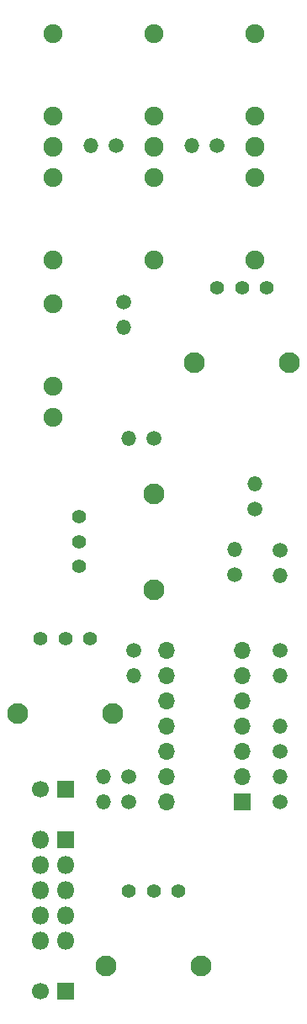
<source format=gbr>
%TF.GenerationSoftware,KiCad,Pcbnew,(5.1.6-0)*%
%TF.CreationDate,2022-12-01T22:05:58-05:00*%
%TF.ProjectId,MACRO,4d414352-4f2e-46b6-9963-61645f706362,rev?*%
%TF.SameCoordinates,Original*%
%TF.FileFunction,Soldermask,Top*%
%TF.FilePolarity,Negative*%
%FSLAX46Y46*%
G04 Gerber Fmt 4.6, Leading zero omitted, Abs format (unit mm)*
G04 Created by KiCad (PCBNEW (5.1.6-0)) date 2022-12-01 22:05:58*
%MOMM*%
%LPD*%
G01*
G04 APERTURE LIST*
%ADD10C,2.100000*%
%ADD11C,1.400000*%
%ADD12C,1.500000*%
%ADD13O,1.500000X1.500000*%
%ADD14C,1.900000*%
%ADD15R,1.800000X1.800000*%
%ADD16O,1.800000X1.800000*%
%ADD17R,1.700000X1.700000*%
%ADD18C,1.700000*%
%ADD19O,1.700000X1.700000*%
G04 APERTURE END LIST*
D10*
%TO.C,RV3*%
X73660000Y-103606000D03*
X73660000Y-94006000D03*
D11*
X66160000Y-101306000D03*
X66160000Y-98806000D03*
X66160000Y-96306000D03*
%TD*%
D10*
%TO.C,RV4*%
X77750000Y-80772000D03*
X87350000Y-80772000D03*
D11*
X80050000Y-73272000D03*
X82550000Y-73272000D03*
X85050000Y-73272000D03*
%TD*%
D12*
%TO.C,R4*%
X86360000Y-99695000D03*
D13*
X86360000Y-102235000D03*
%TD*%
D12*
%TO.C,R6*%
X83820000Y-95504000D03*
D13*
X83820000Y-92964000D03*
%TD*%
D12*
%TO.C,R7*%
X71120000Y-122428000D03*
D13*
X68580000Y-122428000D03*
%TD*%
D12*
%TO.C,R8*%
X86360000Y-109728000D03*
D13*
X86360000Y-112268000D03*
%TD*%
D12*
%TO.C,R9*%
X71628000Y-109728000D03*
D13*
X71628000Y-112268000D03*
%TD*%
D12*
%TO.C,R10*%
X71120000Y-124968000D03*
D13*
X68580000Y-124968000D03*
%TD*%
D12*
%TO.C,R11*%
X70612000Y-74676000D03*
D13*
X70612000Y-77216000D03*
%TD*%
D12*
%TO.C,R12*%
X69850000Y-58928000D03*
D13*
X67310000Y-58928000D03*
%TD*%
D12*
%TO.C,R13*%
X80010000Y-58928000D03*
D13*
X77470000Y-58928000D03*
%TD*%
D10*
%TO.C,RV1*%
X68860000Y-141478000D03*
X78460000Y-141478000D03*
D11*
X71160000Y-133978000D03*
X73660000Y-133978000D03*
X76160000Y-133978000D03*
%TD*%
D10*
%TO.C,RV2*%
X59970000Y-116078000D03*
X69570000Y-116078000D03*
D11*
X62270000Y-108578000D03*
X64770000Y-108578000D03*
X67270000Y-108578000D03*
%TD*%
D12*
%TO.C,R5*%
X81788000Y-102108000D03*
D13*
X81788000Y-99568000D03*
%TD*%
D12*
%TO.C,R2*%
X73660000Y-88392000D03*
D13*
X71120000Y-88392000D03*
%TD*%
D12*
%TO.C,R3*%
X86360000Y-124968000D03*
D13*
X86360000Y-122428000D03*
%TD*%
D14*
%TO.C,J3*%
X63500000Y-47658000D03*
X63500000Y-59058000D03*
X63500000Y-55958000D03*
%TD*%
%TO.C,J4*%
X73660000Y-70452000D03*
X73660000Y-59052000D03*
X73660000Y-62152000D03*
%TD*%
%TO.C,J5*%
X73660000Y-47658000D03*
X73660000Y-59058000D03*
X73660000Y-55958000D03*
%TD*%
%TO.C,J6*%
X83820000Y-70452000D03*
X83820000Y-59052000D03*
X83820000Y-62152000D03*
%TD*%
%TO.C,J7*%
X83820000Y-47658000D03*
X83820000Y-59058000D03*
X83820000Y-55958000D03*
%TD*%
D15*
%TO.C,J8*%
X64770000Y-128778000D03*
D16*
X62230000Y-128778000D03*
X64770000Y-131318000D03*
X62230000Y-131318000D03*
X64770000Y-133858000D03*
X62230000Y-133858000D03*
X64770000Y-136398000D03*
X62230000Y-136398000D03*
X64770000Y-138938000D03*
X62230000Y-138938000D03*
%TD*%
D12*
%TO.C,R1*%
X86360000Y-119888000D03*
D13*
X86360000Y-117348000D03*
%TD*%
D14*
%TO.C,J1*%
X63500000Y-74836000D03*
X63500000Y-86236000D03*
X63500000Y-83136000D03*
%TD*%
%TO.C,J2*%
X63500000Y-70452000D03*
X63500000Y-59052000D03*
X63500000Y-62152000D03*
%TD*%
D17*
%TO.C,C2*%
X64770000Y-144018000D03*
D18*
X62270000Y-144018000D03*
%TD*%
D17*
%TO.C,U1*%
X82550000Y-124968000D03*
D19*
X74930000Y-109728000D03*
X82550000Y-122428000D03*
X74930000Y-112268000D03*
X82550000Y-119888000D03*
X74930000Y-114808000D03*
X82550000Y-117348000D03*
X74930000Y-117348000D03*
X82550000Y-114808000D03*
X74930000Y-119888000D03*
X82550000Y-112268000D03*
X74930000Y-122428000D03*
X82550000Y-109728000D03*
X74930000Y-124968000D03*
%TD*%
D17*
%TO.C,C1*%
X64770000Y-123698000D03*
D18*
X62270000Y-123698000D03*
%TD*%
M02*

</source>
